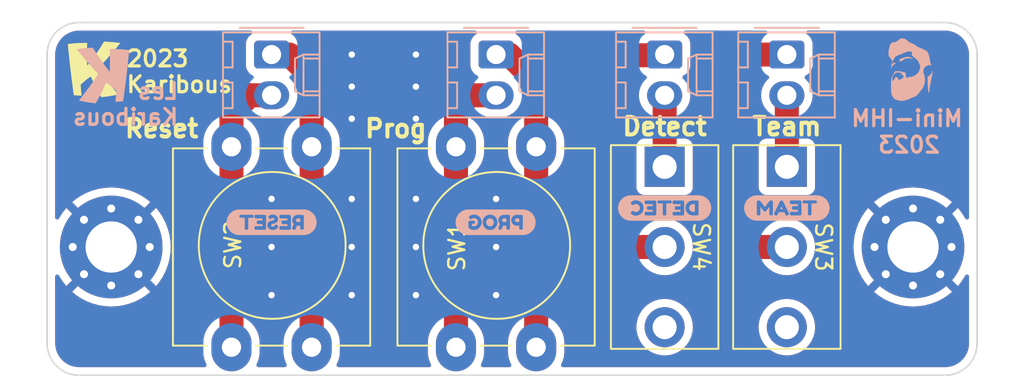
<source format=kicad_pcb>
(kicad_pcb (version 20211014) (generator pcbnew)
  (layers (0 "F.Cu" signal) (31 "B.Cu" signal) (34 "B.Paste" user) (35 "F.Paste" user) (36 "B.SilkS" user "B.Silkscreen") (37 "F.SilkS" user "F.Silkscreen") (38 "B.Mask" user) (39 "F.Mask" user) (44 "Edge.Cuts" user))
  (net 0 "")
  (net 1 "Net-(J1-Pad1)")
  (net 2 "Net-(J1-Pad2)")
  (net 3 "Net-(J2-Pad1)")
  (net 4 "Net-(J2-Pad2)")
  (net 5 "Net-(J3-Pad1)")
  (net 6 "Net-(J3-Pad2)")
  (net 7 "Net-(J4-Pad1)")
  (net 8 "Net-(J4-Pad2)")
  (net 11 "GND")
  (footprint "Footprints:SK-12D10 1P2T" (layer "F.Cu") (at 159.512 110 -90)
    (fp_text reference "SW4" (at -0.018 -2.286 -90 unlocked) (layer "F.SilkS"))
    (fp_text value "SW_SPDT")
    (pad "1" thru_hole rect (at -5 0 270) (size 2.5 2.5) (drill 1.5) (layers *.Cu *.Mask) (net 8 "Net-(J4-Pad2)"))
    (pad "2" thru_hole circle (at 0 0 270) (size 2.5 2.5) (drill 1.5) (layers *.Cu *.Mask) (net 7 "Net-(J4-Pad1)"))
    (pad "3" thru_hole circle (at 5 0 270) (size 2.5 2.5) (drill 1.5) (layers *.Cu *.Mask))
  )
  (footprint "MountingHole:MountingHole_3.2mm_M3_Pad_Via" (layer "F.Cu") (at 175 110)
    (fp_text reference "H2" hide)
    (fp_text value "MountingHole_Pad")
    (pad "1" thru_hole circle (at 0 2.4) (size 0.8 0.8) (drill 0.5) (layers *.Cu *.Mask) (net 11 "GND"))
    (pad "1" thru_hole circle (at 2.4 0) (size 0.8 0.8) (drill 0.5) (layers *.Cu *.Mask) (net 11 "GND"))
    (pad "1" thru_hole circle (at 1.697056 -1.697056) (size 0.8 0.8) (drill 0.5) (layers *.Cu *.Mask) (net 11 "GND"))
    (pad "1" thru_hole circle (at 0 0) (size 6.4 6.4) (drill 3.2) (layers *.Cu *.Mask) (net 11 "GND"))
    (pad "1" thru_hole circle (at 0 -2.4) (size 0.8 0.8) (drill 0.5) (layers *.Cu *.Mask) (net 11 "GND"))
    (pad "1" thru_hole circle (at -2.4 0) (size 0.8 0.8) (drill 0.5) (layers *.Cu *.Mask) (net 11 "GND"))
    (pad "1" thru_hole circle (at 1.697056 1.697056) (size 0.8 0.8) (drill 0.5) (layers *.Cu *.Mask) (net 11 "GND"))
    (pad "1" thru_hole circle (at -1.697056 1.697056) (size 0.8 0.8) (drill 0.5) (layers *.Cu *.Mask) (net 11 "GND"))
    (pad "1" thru_hole circle (at -1.697056 -1.697056) (size 0.8 0.8) (drill 0.5) (layers *.Cu *.Mask) (net 11 "GND"))
  )
  (footprint "LOGO" (layer "F.Cu") (at 123.952 98.806)
    (fp_text reference "G***" hide)
    (fp_text value "LOGO" hide)
  )
  (footprint "MountingHole:MountingHole_3.2mm_M3_Pad_Via" (layer "F.Cu") (at 125 110)
    (fp_text reference "H1" hide)
    (fp_text value "MountingHole_Pad")
    (pad "1" thru_hole circle (at 1.697056 -1.697056) (size 0.8 0.8) (drill 0.5) (layers *.Cu *.Mask) (net 11 "GND"))
    (pad "1" thru_hole circle (at 0 2.4) (size 0.8 0.8) (drill 0.5) (layers *.Cu *.Mask) (net 11 "GND"))
    (pad "1" thru_hole circle (at 0 -2.4) (size 0.8 0.8) (drill 0.5) (layers *.Cu *.Mask) (net 11 "GND"))
    (pad "1" thru_hole circle (at 2.4 0) (size 0.8 0.8) (drill 0.5) (layers *.Cu *.Mask) (net 11 "GND"))
    (pad "1" thru_hole circle (at -1.697056 1.697056) (size 0.8 0.8) (drill 0.5) (layers *.Cu *.Mask) (net 11 "GND"))
    (pad "1" thru_hole circle (at 1.697056 1.697056) (size 0.8 0.8) (drill 0.5) (layers *.Cu *.Mask) (net 11 "GND"))
    (pad "1" thru_hole circle (at -1.697056 -1.697056) (size 0.8 0.8) (drill 0.5) (layers *.Cu *.Mask) (net 11 "GND"))
    (pad "1" thru_hole circle (at 0 0) (size 6.4 6.4) (drill 3.2) (layers *.Cu *.Mask) (net 11 "GND"))
    (pad "1" thru_hole circle (at -2.4 0) (size 0.8 0.8) (drill 0.5) (layers *.Cu *.Mask) (net 11 "GND"))
  )
  (footprint "Footprints:SW_PUSH-12mm" (layer "F.Cu") (at 146.5 116.25 90)
    (fp_text reference "SW1" (at 6.268 0.058 90) (layer "F.SilkS"))
    (fp_text value "SW_Push")
    (pad "1" thru_hole oval (at 0 0 90) (size 3 2.5) (drill 1.2) (layers *.Cu *.Mask) (net 2 "Net-(J1-Pad2)"))
    (pad "1" thru_hole oval (at 12.5 0 90) (size 3 2.5) (drill 1.2) (layers *.Cu *.Mask) (net 2 "Net-(J1-Pad2)"))
    (pad "2" thru_hole oval (at 0 5 90) (size 3 2.5) (drill 1.2) (layers *.Cu *.Mask) (net 1 "Net-(J1-Pad1)"))
    (pad "2" thru_hole oval (at 12.5 5 90) (size 3 2.5) (drill 1.2) (layers *.Cu *.Mask) (net 1 "Net-(J1-Pad1)"))
  )
  (footprint "Footprints:SW_PUSH-12mm" (layer "F.Cu") (at 132.5 116.25 90)
    (fp_text reference "SW2" (at 6.395 0.088 90) (layer "F.SilkS"))
    (fp_text value "SW_Push")
    (pad "1" thru_hole oval (at 0 0 90) (size 3 2.5) (drill 1.2) (layers *.Cu *.Mask) (net 4 "Net-(J2-Pad2)"))
    (pad "1" thru_hole oval (at 12.5 0 90) (size 3 2.5) (drill 1.2) (layers *.Cu *.Mask) (net 4 "Net-(J2-Pad2)"))
    (pad "2" thru_hole oval (at 0 5 90) (size 3 2.5) (drill 1.2) (layers *.Cu *.Mask) (net 3 "Net-(J2-Pad1)"))
    (pad "2" thru_hole oval (at 12.5 5 90) (size 3 2.5) (drill 1.2) (layers *.Cu *.Mask) (net 3 "Net-(J2-Pad1)"))
  )
  (footprint "Footprints:SK-12D10 1P2T" (layer "F.Cu") (at 167.132 110 -90)
    (fp_text reference "SW3" (at 0 -2.286 -90 unlocked) (layer "F.SilkS"))
    (fp_text value "SW_SPDT")
    (pad "1" thru_hole rect (at -5 0 270) (size 2.5 2.5) (drill 1.5) (layers *.Cu *.Mask) (net 6 "Net-(J3-Pad2)"))
    (pad "2" thru_hole circle (at 0 0 270) (size 2.5 2.5) (drill 1.5) (layers *.Cu *.Mask) (net 5 "Net-(J3-Pad1)"))
    (pad "3" thru_hole circle (at 5 0 270) (size 2.5 2.5) (drill 1.5) (layers *.Cu *.Mask))
  )
  (footprint "Connector_Molex:Molex_KK-254_AE-6410-02A_1x02_P2.54mm_Vertical" (layer "B.Cu") (at 135 98 -90)
    (fp_text reference "J2" hide)
    (fp_text value "Conn_01x02")
    (pad "1" thru_hole roundrect (at 0 0 270) (size 1.74 2.19) (drill 1.19) (layers *.Cu *.Mask) (roundrect_rratio 0.143678) (net 3 "Net-(J2-Pad1)"))
    (pad "2" thru_hole oval (at 2.54 0 270) (size 1.74 2.19) (drill 1.19) (layers *.Cu *.Mask) (net 4 "Net-(J2-Pad2)"))
  )
  (footprint "kibuzzard-62F04FE4" (layer "B.Cu") (at 167.132 107.569 180)
    (fp_text reference "kibuzzard-62F04FE4" hide)
    (fp_text value "G***" hide)
  )
  (footprint "kibuzzard-62F04FDD" (layer "B.Cu") (at 159.512 107.569 180)
    (fp_text reference "kibuzzard-62F04FDD" hide)
    (fp_text value "G***" hide)
  )
  (footprint "Connector_Molex:Molex_KK-254_AE-6410-02A_1x02_P2.54mm_Vertical" (layer "B.Cu") (at 167.132 98 -90)
    (fp_text reference "J3" hide)
    (fp_text value "Conn_01x02")
    (pad "1" thru_hole roundrect (at 0 0 270) (size 1.74 2.19) (drill 1.19) (layers *.Cu *.Mask) (roundrect_rratio 0.143678) (net 5 "Net-(J3-Pad1)"))
    (pad "2" thru_hole oval (at 2.54 0 270) (size 1.74 2.19) (drill 1.19) (layers *.Cu *.Mask) (net 6 "Net-(J3-Pad2)"))
  )
  (footprint "kibuzzard-62F04FF7" (layer "B.Cu") (at 148.971 108.458 180)
    (fp_text reference "kibuzzard-62F04FF7" hide)
    (fp_text value "G***" hide)
  )
  (footprint "Connector_Molex:Molex_KK-254_AE-6410-02A_1x02_P2.54mm_Vertical" (layer "B.Cu") (at 159.512 98 -90)
    (fp_text reference "J4" hide)
    (fp_text value "Conn_01x02")
    (pad "1" thru_hole roundrect (at 0 0 270) (size 1.74 2.19) (drill 1.19) (layers *.Cu *.Mask) (roundrect_rratio 0.143678) (net 7 "Net-(J4-Pad1)"))
    (pad "2" thru_hole oval (at 2.54 0 270) (size 1.74 2.19) (drill 1.19) (layers *.Cu *.Mask) (net 8 "Net-(J4-Pad2)"))
  )
  (footprint "Connector_Molex:Molex_KK-254_AE-6410-02A_1x02_P2.54mm_Vertical" (layer "B.Cu") (at 149 98 -90)
    (fp_text reference "J1" hide)
    (fp_text value "Conn_01x02")
    (pad "1" thru_hole roundrect (at 0 0 270) (size 1.74 2.19) (drill 1.19) (layers *.Cu *.Mask) (roundrect_rratio 0.143678) (net 1 "Net-(J1-Pad1)"))
    (pad "2" thru_hole oval (at 2.54 0 270) (size 1.74 2.19) (drill 1.19) (layers *.Cu *.Mask) (net 2 "Net-(J1-Pad2)"))
  )
  (footprint "LOGO" (layer "B.Cu") (at 124.46 99.187 180)
    (fp_text reference "G***" hide)
    (fp_text value "LOGO" hide)
  )
  (footprint "kibuzzard-62F04FFE" (layer "B.Cu") (at 135.001 108.458 180)
    (fp_text reference "kibuzzard-62F04FFE" hide)
    (fp_text value "G***" hide)
  )
  (footprint "LOGO" (layer "B.Cu") (at 174.879 98.933 180)
    (fp_text reference "G***" hide)
    (fp_text value "LOGO" hide)
  )
  (gr_arc (start 123 118) (mid 121.585786 117.414214) (end 121 116) (layer "Edge.Cuts") (width 0.1))
  (gr_line (start 177 118) (end 123 118) (layer "Edge.Cuts") (width 0.1))
  (gr_line (start 179 98) (end 179 116) (layer "Edge.Cuts") (width 0.1))
  (gr_arc (start 179 116) (mid 178.414214 117.414214) (end 177 118) (layer "Edge.Cuts") (width 0.1))
  (gr_arc (start 121 98) (mid 121.585786 96.585786) (end 123 96) (layer "Edge.Cuts") (width 0.1))
  (gr_line (start 123 96) (end 177 96) (layer "Edge.Cuts") (width 0.1))
  (gr_arc (start 177 96) (mid 178.414214 96.585786) (end 179 98) (layer "Edge.Cuts") (width 0.1))
  (gr_line (start 121 116) (end 121 98) (layer "Edge.Cuts") (width 0.1))
  (gr_text "Mini-IHM" (at 174.625 101.981) (layer "B.SilkS") (effects (font (size 1 1) (thickness 0.2)) (justify mirror)))
  (gr_text "2023" (at 174.752 103.632) (layer "B.SilkS") (effects (font (size 1 1) (thickness 0.2)) (justify mirror)))
  (gr_text "Les\nKaribous" (at 129.286 101.092) (layer "B.SilkS") (effects (font (size 1 1) (thickness 0.2)) (justify left mirror)))
  (gr_text "Prog" (at 142.748 102.616) (layer "F.SilkS") (effects (font (size 1.1 1.1) (thickness 0.25))))
  (gr_text "Team" (at 167.132 102.489) (layer "F.SilkS") (effects (font (size 1.1 1.1) (thickness 0.25))))
  (gr_text "2023\nKaribous" (at 125.857 99.06) (layer "F.SilkS") (effects (font (size 1 1) (thickness 0.2)) (justify left)))
  (gr_text "Reset" (at 128.143 102.616) (layer "F.SilkS") (effects (font (size 1.1 1.1) (thickness 0.25))))
  (gr_text "Detect" (at 159.512 102.489) (layer "F.SilkS") (effects (font (size 1.1 1.1) (thickness 0.25))))
  (segment (start 149.816 98) (end 151.5 99.684) (width 1.5) (layer "F.Cu") (net 1))
  (segment (start 149 98) (end 149.816 98) (width 1.5) (layer "F.Cu") (net 1))
  (segment (start 151.5 99.684) (end 151.5 103.75) (width 1.5) (layer "F.Cu") (net 1))
  (segment (start 151.5 103.75) (end 151.5 116.25) (width 1.5) (layer "F.Cu") (net 1))
  (segment (start 149 100.54) (end 147.364 100.54) (width 1.5) (layer "F.Cu") (net 2))
  (segment (start 146.5 101.404) (end 146.5 103.75) (width 1.5) (layer "F.Cu") (net 2))
  (segment (start 146.5 103.75) (end 146.5 116.25) (width 1.5) (layer "F.Cu") (net 2))
  (segment (start 147.364 100.54) (end 146.5 101.404) (width 1.5) (layer "F.Cu") (net 2))
  (segment (start 137.5 99.4) (end 137.5 103.75) (width 1.5) (layer "F.Cu") (net 3))
  (segment (start 137.5 103.75) (end 137.5 116.25) (width 1.5) (layer "F.Cu") (net 3))
  (segment (start 136.1 98) (end 137.5 99.4) (width 1.5) (layer "F.Cu") (net 3))
  (segment (start 135 98) (end 136.1 98) (width 1.5) (layer "F.Cu") (net 3))
  (segment (start 133.648 100.54) (end 132.5 101.688) (width 1.5) (layer "F.Cu") (net 4))
  (segment (start 135 100.54) (end 133.648 100.54) (width 1.5) (layer "F.Cu") (net 4))
  (segment (start 132.5 103.75) (end 132.5 116.25) (width 1.5) (layer "F.Cu") (net 4))
  (segment (start 132.5 101.688) (end 132.5 103.75) (width 1.5) (layer "F.Cu") (net 4))
  (segment (start 164.864 110) (end 167.132 110) (width 1.5) (layer "F.Cu") (net 5))
  (segment (start 163.576 108.712) (end 164.864 110) (width 1.5) (layer "F.Cu") (net 5))
  (segment (start 167.132 98) (end 165.144 98) (width 1.5) (layer "F.Cu") (net 5))
  (segment (start 163.576 99.568) (end 163.576 108.712) (width 1.5) (layer "F.Cu") (net 5))
  (segment (start 165.144 98) (end 163.576 99.568) (width 1.5) (layer "F.Cu") (net 5))
  (segment (start 167.132 100.54) (end 167.132 105) (width 1.5) (layer "F.Cu") (net 6))
  (segment (start 157.48 98.044) (end 155.956 99.568) (width 1.5) (layer "F.Cu") (net 7))
  (segment (start 159.512 98) (end 159.253811 98) (width 1.5) (layer "F.Cu") (net 7))
  (segment (start 159.209811 98.044) (end 157.48 98.044) (width 1.5) (layer "F.Cu") (net 7))
  (segment (start 155.956 108.712) (end 157.244 110) (width 1.5) (layer "F.Cu") (net 7))
  (segment (start 155.956 99.568) (end 155.956 108.712) (width 1.5) (layer "F.Cu") (net 7))
  (segment (start 157.244 110) (end 159.512 110) (width 1.5) (layer "F.Cu") (net 7))
  (segment (start 159.253811 98) (end 159.209811 98.044) (width 1.5) (layer "F.Cu") (net 7))
  (segment (start 159.512 100.54) (end 159.512 105) (width 1.5) (layer "F.Cu") (net 8))
  (via (at 135 110) (size 0.8) (drill 0.4) (layers "F.Cu" "B.Cu") (net 11))
  (via (at 144 107) (size 0.8) (drill 0.4) (layers "F.Cu" "B.Cu") (net 11))
  (via (at 140 110) (size 0.8) (drill 0.4) (layers "F.Cu" "B.Cu") (net 11))
  (via (at 144 110) (size 0.8) (drill 0.4) (layers "F.Cu" "B.Cu") (net 11))
  (via (at 140 98) (size 0.8) (drill 0.4) (layers "F.Cu" "B.Cu") (net 11))
  (via (at 140 107) (size 0.8) (drill 0.4) (layers "F.Cu" "B.Cu") (net 11))
  (via (at 140 100) (size 0.8) (drill 0.4) (layers "F.Cu" "B.Cu") (net 11))
  (via (at 144 113) (size 0.8) (drill 0.4) (layers "F.Cu" "B.Cu") (net 11))
  (via (at 135 113) (size 0.8) (drill 0.4) (layers "F.Cu" "B.Cu") (net 11))
  (via (at 140 102) (size 0.8) (drill 0.4) (layers "F.Cu" "B.Cu") (net 11))
  (via (at 144 100) (size 0.8) (drill 0.4) (layers "F.Cu" "B.Cu") (net 11))
  (via (at 149 110) (size 0.8) (drill 0.4) (layers "F.Cu" "B.Cu") (net 11))
  (via (at 144 102) (size 0.8) (drill 0.4) (layers "F.Cu" "B.Cu") (net 11))
  (via (at 144 98) (size 0.8) (drill 0.4) (layers "F.Cu" "B.Cu") (net 11))
  (via (at 140 113) (size 0.8) (drill 0.4) (layers "F.Cu" "B.Cu") (net 11))
  (via (at 149 107) (size 0.8) (drill 0.4) (layers "F.Cu" "B.Cu") (net 11))
  (via (at 149 113) (size 0.8) (drill 0.4) (layers "F.Cu" "B.Cu") (net 11))
  (via (at 135 107) (size 0.8) (drill 0.4) (layers "F.Cu" "B.Cu") (net 11))
  (zone (net 11) (net_name "GND") (layers F&B.Cu) (connect_pads (clearance 0.508)) (min_thickness 0.254) (fill yes (thermal_gap 0.508) (thermal_bridge_width 0.508))
    (polygon (pts (xy 179 118) (xy 121 118) (xy 121 96) (xy 179 96)))
  )
)
</source>
